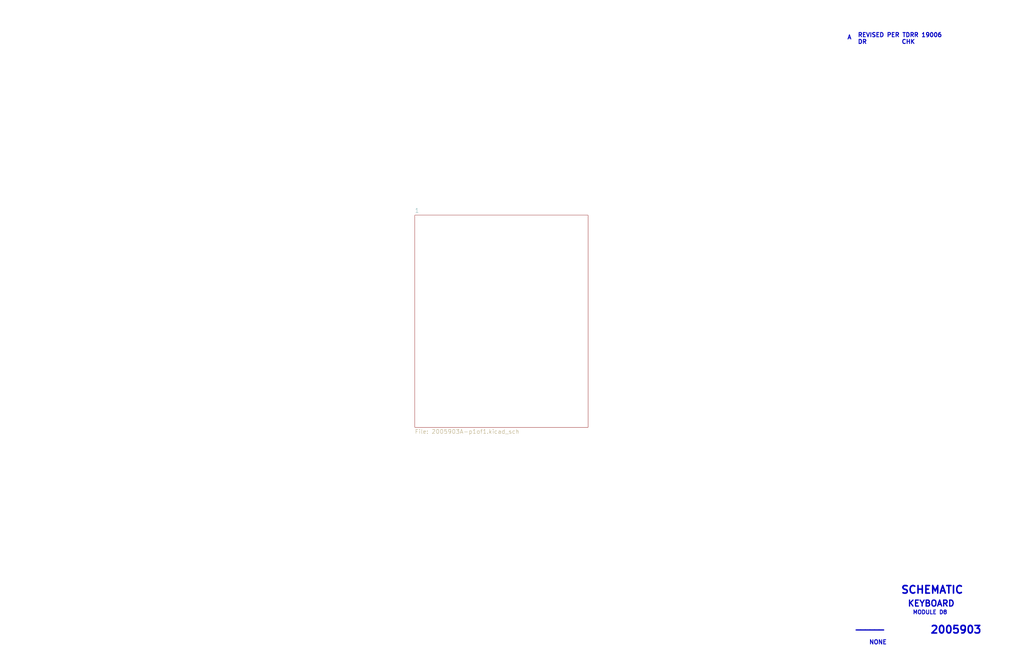
<source format=kicad_sch>
(kicad_sch (version 20211123) (generator eeschema)
  (paper "D")
  (lib_symbols)
  (text "2005903" (at 784.225 535.305 0) (effects (font (size 6.35 6.35) (thickness 1.27) bold) (justify left bottom)))
  (text "A" (at 714.375 33.655 0) (effects (font (size 3.556 3.556) (thickness 0.7112) bold) (justify left bottom)))
  (text "SCHEMATIC" (at 759.46 501.65 0) (effects (font (size 6.35 6.35) (thickness 1.27) bold) (justify left bottom)))
  (text "MODULE D8" (at 769.62 518.795 0) (effects (font (size 3.302 3.302) (thickness 0.6604) bold) (justify left bottom)))
  (text "NONE" (at 732.79 544.195 0) (effects (font (size 3.556 3.556) (thickness 0.7112) bold) (justify left bottom)))
  (text "REVISED PER TDRR 19006\nDR           CHK" (at 723.265 37.465 0) (effects (font (size 3.556 3.556) (thickness 0.7112) bold) (justify left bottom)))
  (text "______" (at 721.36 532.13 0) (effects (font (size 5.08 5.08) (thickness 1.016) bold) (justify left bottom)))
  (text "KEYBOARD" (at 765.175 512.445 0) (effects (font (size 5.08 5.08) (thickness 1.016) bold) (justify left bottom)))
  (sheet (at 349.885 181.61) (size 146.05 179.07)
    (property "Sheet name" "1" (at 349.885 179.7554 0) (effects (font (size 3.556 3.556)) (justify left bottom)))
    (property "Sheet file" "2005903A-p1of1.kicad_sch" (at 349.885 362.179 0) (effects (font (size 3.556 3.556)) (justify left top)))
  )
)
</source>
